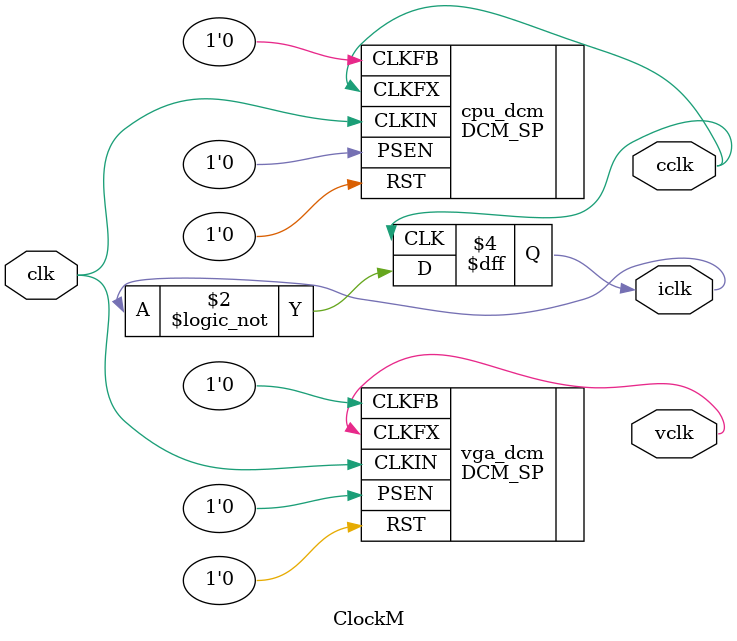
<source format=v>
module ClockM (
    input clk,  //! Clock input. On MimasV2 this is 100mhz
    output cclk, //! CPU clock 50Mhz
    output vclk, //! VGA clock 25mhz
    output reg iclk //! Instruction Memory clock
);

`ifdef SYNTHESIS
    /*
     * During synthesis we use the Digital Clock Manager
     * of the FPGA to generate a stable cpu clock signal 
     * and a VGA clock signal
     */
    // CPU clock is 50mhz
    DCM_SP #(.CLKFX_DIVIDE(4), .CLKFX_MULTIPLY(2), .CLKIN_PERIOD(10))
            cpu_dcm (
                .CLKIN(clk),
                .CLKFX(cclk),
                .CLKFB(1'b0),
                .PSEN(1'b0),
                .RST(1'b0)
            );

    // VGA clock is 25mhz
    DCM_SP #(.CLKFX_DIVIDE(8), .CLKFX_MULTIPLY(2), .CLKIN_PERIOD(10))
            vga_dcm (
                .CLKIN(clk),
                .CLKFX(vclk),
                .CLKFB(1'b0),
                .PSEN(1'b0),
                .RST(1'b0)
            );

`else
    assign cclk = clk;
    assign vclk = clk;
`endif

always @ (posedge cclk)
    iclk <= !iclk;

initial
    iclk = 0;

endmodule

</source>
